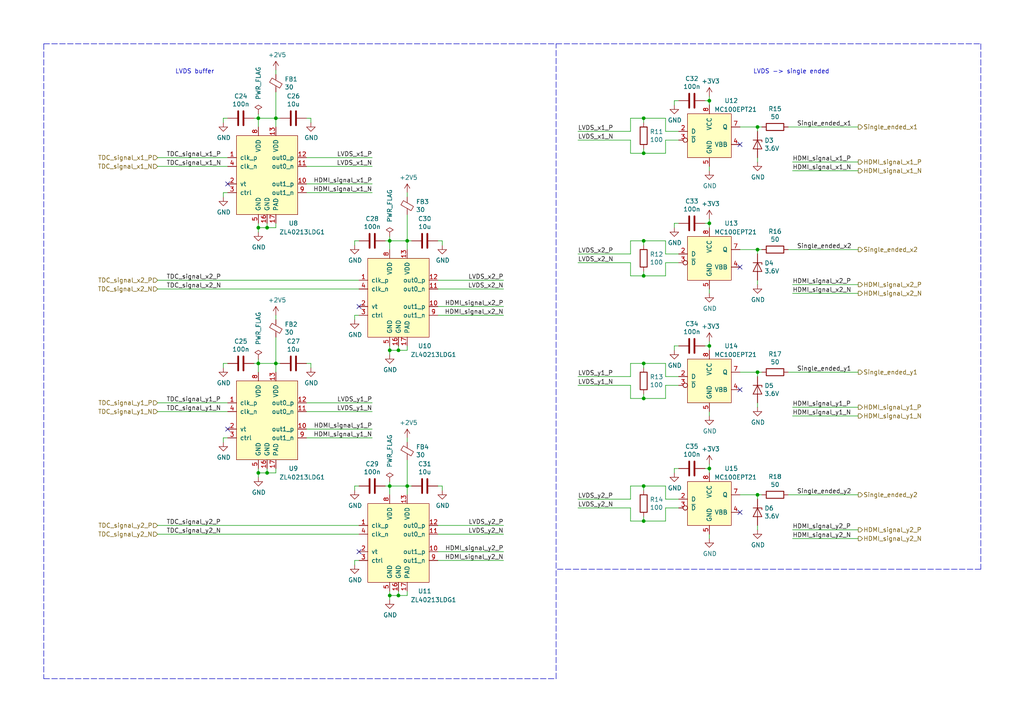
<source format=kicad_sch>
(kicad_sch (version 20211123) (generator eeschema)
  (paper "A4")
  (title_block (title "Output buffer") (date "2022-02-28"))
  (lib_symbols
    (symbol "Device:C" (pin_numbers hide) (pin_names (offset 0.254))
      (property "Reference" "C" (at 0.635 2.54 0))
      (property "Value" "Device_C" (at 0.635 -2.54 0))
      (symbol "C_0_1"
        (polyline (pts (xy -2.032 -0.762) (xy 2.032 -0.762)) (stroke (width 0.508)))
        (polyline (pts (xy -2.032 0.762) (xy 2.032 0.762)) (stroke (width 0.508)))
      )
      (symbol "C_1_1"
        (pin passive line (at 0 3.81 270) (length 2.794) (name "~") (number "1"))
        (pin passive line (at 0 -3.81 90) (length 2.794) (name "~") (number "2"))
      )
    )
    (symbol "Device:D_Zener" (pin_numbers hide) (pin_names (offset 1.016) hide)
      (property "Reference" "D" (at 0 2.54 0))
      (property "Value" "Device_D_Zener" (at 0 -2.54 0))
      (symbol "D_Zener_0_1"
        (polyline (pts (xy 1.27 0) (xy -1.27 0)))
        (polyline (pts (xy -1.27 -1.27) (xy -1.27 1.27) (xy -0.762 1.27)) (stroke (width 0.2032)))
        (polyline (pts (xy 1.27 -1.27) (xy 1.27 1.27) (xy -1.27 0) (xy 1.27 -1.27)) (stroke (width 0.2032)))
      )
      (symbol "D_Zener_1_1"
        (pin passive line (at -3.81 0 0) (length 2.54) (name "K") (number "1"))
        (pin passive line (at 3.81 0 180) (length 2.54) (name "A") (number "2"))
      )
    )
    (symbol "Device:Ferrite_Bead_Small" (pin_numbers hide) (pin_names (offset 0))
      (property "Reference" "FB" (at 1.905 1.27 0))
      (property "Value" "Device_Ferrite_Bead_Small" (at 1.905 -1.27 0))
      (symbol "Ferrite_Bead_Small_0_1"
        (polyline (pts (xy 0 -1.27) (xy 0 -0.7874)))
        (polyline (pts (xy 0 0.889) (xy 0 1.2954)))
        (polyline (pts (xy -1.8288 0.2794) (xy -1.1176 1.4986) (xy 1.8288 -0.2032) (xy 1.1176 -1.4224) (xy -1.8288 0.2794)))
      )
      (symbol "Ferrite_Bead_Small_1_1"
        (pin passive line (at 0 2.54 270) (length 1.27) (name "~") (number "1"))
        (pin passive line (at 0 -2.54 90) (length 1.27) (name "~") (number "2"))
      )
    )
    (symbol "Device:R" (pin_numbers hide) (pin_names (offset 0))
      (property "Reference" "R" (at 2.032 0 90))
      (property "Value" "Device_R" (at 0 0 90))
      (symbol "R_0_1"
        (rectangle (start -1.016 -2.54) (end 1.016 2.54) (stroke (width 0.254)))
      )
      (symbol "R_1_1"
        (pin passive line (at 0 3.81 270) (length 1.27) (name "~") (number "1"))
        (pin passive line (at 0 -3.81 90) (length 1.27) (name "~") (number "2"))
      )
    )
    (symbol "MC100EPT21:MC100EPT21" (pin_names (offset 1.016))
      (property "Reference" "U" (at 5.08 10.16 0))
      (property "Value" "MC100EPT21" (at 8.89 7.62 0))
      (symbol "MC100EPT21_0_1"
        (rectangle (start -6.35 6.35) (end 6.35 -6.35) (fill (type background)))
      )
      (symbol "MC100EPT21_1_1"
        (pin input line (at -8.89 1.27 0) (length 2.54) (name "D") (number "2"))
        (pin input inverted (at -8.89 -1.27 0) (length 2.54) (name "~{D}") (number "3"))
        (pin output line (at 8.89 -2.54 180) (length 2.54) (name "VBB") (number "4"))
        (pin power_in line (at 0 -8.89 90) (length 2.54) (name "GND") (number "5"))
        (pin output line (at 8.89 2.54 180) (length 2.54) (name "Q") (number "7"))
        (pin power_in line (at 0 8.89 270) (length 2.54) (name "VCC") (number "8"))
      )
    )
    (symbol "ZL40213:ZL40213LDG1" (pin_names (offset 1.016))
      (property "Reference" "U" (at 8.89 15.24 0))
      (property "Value" "ZL40213LDG1" (at 10.16 12.7 0))
      (symbol "ZL40213LDG1_0_1"
        (rectangle (start -8.89 11.43) (end 8.89 -11.43) (fill (type background)))
      )
      (symbol "ZL40213LDG1_1_1"
        (pin input line (at -11.43 5.08 0) (length 2.54) (name "clk_p") (number "1"))
        (pin output line (at 11.43 -2.54 180) (length 2.54) (name "out1_p") (number "10"))
        (pin output line (at 11.43 2.54 180) (length 2.54) (name "out0_n") (number "11"))
        (pin output line (at 11.43 5.08 180) (length 2.54) (name "out0_p") (number "12"))
        (pin power_in line (at 2.54 13.97 270) (length 2.54) (name "VDD") (number "13"))
        (pin no_connect line (at 8.89 -8.89 180) (length 2.54) hide (name "NC") (number "14"))
        (pin no_connect line (at 8.89 -10.16 180) (length 2.54) hide (name "NC") (number "15"))
        (pin power_in line (at 0 -13.97 90) (length 2.54) (name "GND") (number "16"))
        (pin power_in line (at 2.54 -13.97 90) (length 2.54) (name "PAD") (number "17"))
        (pin passive line (at -11.43 -2.54 0) (length 2.54) (name "vt") (number "2"))
        (pin input line (at -11.43 -5.08 0) (length 2.54) (name "ctrl") (number "3"))
        (pin input line (at -11.43 2.54 0) (length 2.54) (name "clk_n") (number "4"))
        (pin power_in line (at -2.54 -13.97 90) (length 2.54) (name "GND") (number "5"))
        (pin no_connect line (at 8.89 -6.35 180) (length 2.54) hide (name "NC") (number "6"))
        (pin no_connect line (at 8.89 -7.62 180) (length 2.54) hide (name "NC") (number "7"))
        (pin power_in line (at -2.54 13.97 270) (length 2.54) (name "VDD") (number "8"))
        (pin output line (at 11.43 -5.08 180) (length 2.54) (name "out1_n") (number "9"))
      )
    )
    (symbol "power:+2V5" (power) (pin_names (offset 0))
      (property "Value" "power_+2V5" (at 0 3.556 0))
      (symbol "+2V5_0_1"
        (polyline (pts (xy -0.762 1.27) (xy 0 2.54)))
        (polyline (pts (xy 0 0) (xy 0 2.54)))
        (polyline (pts (xy 0 2.54) (xy 0.762 1.27)))
      )
      (symbol "+2V5_1_1"
        (pin power_in line (at 0 0 90) (length 0) hide (name "+2V5") (number "1"))
      )
    )
    (symbol "power:+3.3V" (power) (pin_names (offset 0))
      (property "Value" "power_+3.3V" (at 0 3.556 0))
      (symbol "+3.3V_0_1"
        (polyline (pts (xy -0.762 1.27) (xy 0 2.54)))
        (polyline (pts (xy 0 0) (xy 0 2.54)))
        (polyline (pts (xy 0 2.54) (xy 0.762 1.27)))
      )
      (symbol "+3.3V_1_1"
        (pin power_in line (at 0 0 90) (length 0) hide (name "+3V3") (number "1"))
      )
    )
    (symbol "power:GND" (power) (pin_names (offset 0))
      (property "Value" "power_GND" (at 0 -3.81 0))
      (symbol "GND_0_1"
        (polyline (pts (xy 0 0) (xy 0 -1.27) (xy 1.27 -1.27) (xy 0 -2.54) (xy -1.27 -1.27) (xy 0 -1.27)))
      )
      (symbol "GND_1_1"
        (pin power_in line (at 0 0 270) (length 0) hide (name "GND") (number "1"))
      )
    )
    (symbol "power:PWR_FLAG" (power) (pin_numbers hide) (pin_names (offset 0) hide)
      (property "Value" "power_PWR_FLAG" (at 0 3.81 0))
      (symbol "PWR_FLAG_0_0"
        (pin power_out line (at 0 0 90) (length 0) (name "pwr") (number "1"))
      )
      (symbol "PWR_FLAG_0_1"
        (polyline (pts (xy 0 0) (xy 0 1.27) (xy -1.016 1.905) (xy 0 2.54) (xy 1.016 1.905) (xy 0 1.27)))
      )
    )
  )
  (junction (at 118.11 69.85))
  (junction (at 113.03 101.6))
  (junction (at 205.74 100.33))
  (junction (at 186.69 115.57))
  (junction (at 205.74 29.21))
  (junction (at 186.69 80.01))
  (junction (at 205.74 64.77))
  (junction (at 186.69 105.41))
  (junction (at 113.03 69.85))
  (junction (at 186.69 151.13))
  (junction (at 118.11 140.97))
  (junction (at 219.71 107.95))
  (junction (at 219.71 72.39))
  (junction (at 74.93 105.41))
  (junction (at 80.01 34.29))
  (junction (at 74.93 66.04))
  (junction (at 186.69 140.97))
  (junction (at 77.47 66.04))
  (junction (at 219.71 143.51))
  (junction (at 74.93 137.16))
  (junction (at 186.69 34.29))
  (junction (at 205.74 135.89))
  (junction (at 219.71 36.83))
  (junction (at 113.03 172.72))
  (junction (at 113.03 140.97))
  (junction (at 115.57 172.72))
  (junction (at 115.57 101.6))
  (junction (at 80.01 105.41))
  (junction (at 186.69 44.45))
  (junction (at 74.93 34.29))
  (junction (at 186.69 69.85))
  (junction (at 77.47 137.16))
  (no_connect (at 214.63 113.03))
  (no_connect (at 214.63 41.91))
  (no_connect (at 214.63 148.59))
  (no_connect (at 66.04 53.34))
  (no_connect (at 104.14 88.9))
  (no_connect (at 104.14 160.02))
  (no_connect (at 66.04 124.46))
  (no_connect (at 214.63 77.47))
  (wire (pts (xy 193.04 151.13) (xy 186.69 151.13)))
  (wire (pts (xy 193.04 144.78) (xy 193.04 140.97)))
  (wire (pts (xy 118.11 62.23) (xy 118.11 69.85)))
  (wire (pts (xy 196.85 40.64) (xy 193.04 40.64)))
  (wire (pts (xy 113.03 172.72) (xy 113.03 171.45)))
  (wire (pts (xy 127 83.82) (xy 146.05 83.82)))
  (wire (pts (xy 204.47 135.89) (xy 205.74 135.89)))
  (wire (pts (xy 186.69 69.85) (xy 182.88 69.85)))
  (wire (pts (xy 205.74 156.21) (xy 205.74 154.94)))
  (wire (pts (xy 204.47 100.33) (xy 205.74 100.33)))
  (wire (pts (xy 193.04 80.01) (xy 186.69 80.01)))
  (wire (pts (xy 90.17 35.56) (xy 90.17 34.29)))
  (wire (pts (xy 196.85 135.89) (xy 195.58 135.89)))
  (wire (pts (xy 64.77 34.29) (xy 64.77 35.56)))
  (wire (pts (xy 74.93 66.04) (xy 74.93 64.77)))
  (wire (pts (xy 146.05 88.9) (xy 127 88.9)))
  (wire (pts (xy 229.87 153.67) (xy 248.92 153.67)))
  (wire (pts (xy 104.14 69.85) (xy 102.87 69.85)))
  (wire (pts (xy 90.17 34.29) (xy 88.9 34.29)))
  (wire (pts (xy 219.71 46.99) (xy 219.71 45.72)))
  (wire (pts (xy 77.47 66.04) (xy 80.01 66.04)))
  (wire (pts (xy 119.38 69.85) (xy 118.11 69.85)))
  (wire (pts (xy 113.03 102.87) (xy 113.03 101.6)))
  (wire (pts (xy 90.17 106.68) (xy 90.17 105.41)))
  (wire (pts (xy 219.71 107.95) (xy 220.98 107.95)))
  (wire (pts (xy 74.93 34.29) (xy 74.93 36.83)))
  (wire (pts (xy 66.04 34.29) (xy 64.77 34.29)))
  (wire (pts (xy 219.71 82.55) (xy 219.71 81.28)))
  (wire (pts (xy 196.85 100.33) (xy 195.58 100.33)))
  (wire (pts (xy 66.04 55.88) (xy 64.77 55.88)))
  (wire (pts (xy 167.64 76.2) (xy 182.88 76.2)))
  (wire (pts (xy 193.04 147.32) (xy 193.04 151.13)))
  (wire (pts (xy 128.27 71.12) (xy 128.27 69.85)))
  (wire (pts (xy 186.69 140.97) (xy 186.69 142.24)))
  (wire (pts (xy 204.47 64.77) (xy 205.74 64.77)))
  (wire (pts (xy 107.95 124.46) (xy 88.9 124.46)))
  (wire (pts (xy 248.92 107.95) (xy 228.6 107.95)))
  (wire (pts (xy 195.58 64.77) (xy 195.58 66.04)))
  (wire (pts (xy 81.28 34.29) (xy 80.01 34.29)))
  (wire (pts (xy 205.74 29.21) (xy 205.74 30.48)))
  (wire (pts (xy 196.85 144.78) (xy 193.04 144.78)))
  (wire (pts (xy 186.69 115.57) (xy 186.69 114.3)))
  (wire (pts (xy 74.93 137.16) (xy 74.93 135.89)))
  (wire (pts (xy 186.69 69.85) (xy 186.69 71.12)))
  (wire (pts (xy 205.74 134.62) (xy 205.74 135.89)))
  (wire (pts (xy 182.88 69.85) (xy 182.88 73.66)))
  (wire (pts (xy 113.03 140.97) (xy 111.76 140.97)))
  (wire (pts (xy 193.04 73.66) (xy 193.04 69.85)))
  (wire (pts (xy 205.74 85.09) (xy 205.74 83.82)))
  (wire (pts (xy 248.92 143.51) (xy 228.6 143.51)))
  (wire (pts (xy 196.85 76.2) (xy 193.04 76.2)))
  (wire (pts (xy 118.11 140.97) (xy 118.11 143.51)))
  (wire (pts (xy 229.87 82.55) (xy 248.92 82.55)))
  (wire (pts (xy 113.03 172.72) (xy 115.57 172.72)))
  (wire (pts (xy 45.72 45.72) (xy 66.04 45.72)))
  (wire (pts (xy 195.58 100.33) (xy 195.58 101.6)))
  (wire (pts (xy 74.93 34.29) (xy 80.01 34.29)))
  (wire (pts (xy 182.88 144.78) (xy 182.88 140.97)))
  (wire (pts (xy 229.87 85.09) (xy 248.92 85.09)))
  (wire (pts (xy 146.05 160.02) (xy 127 160.02)))
  (wire (pts (xy 219.71 72.39) (xy 220.98 72.39)))
  (wire (pts (xy 193.04 69.85) (xy 186.69 69.85)))
  (wire (pts (xy 74.93 138.43) (xy 74.93 137.16)))
  (wire (pts (xy 118.11 57.15) (xy 118.11 55.88)))
  (wire (pts (xy 248.92 36.83) (xy 228.6 36.83)))
  (wire (pts (xy 196.85 38.1) (xy 193.04 38.1)))
  (wire (pts (xy 219.71 36.83) (xy 220.98 36.83)))
  (wire (pts (xy 74.93 105.41) (xy 74.93 104.14)))
  (wire (pts (xy 229.87 49.53) (xy 248.92 49.53)))
  (wire (pts (xy 127 154.94) (xy 146.05 154.94)))
  (wire (pts (xy 88.9 55.88) (xy 107.95 55.88)))
  (wire (pts (xy 205.74 27.94) (xy 205.74 29.21)))
  (wire (pts (xy 214.63 107.95) (xy 219.71 107.95)))
  (wire (pts (xy 204.47 29.21) (xy 205.74 29.21)))
  (wire (pts (xy 66.04 127) (xy 64.77 127)))
  (wire (pts (xy 229.87 118.11) (xy 248.92 118.11)))
  (wire (pts (xy 186.69 34.29) (xy 182.88 34.29)))
  (wire (pts (xy 118.11 69.85) (xy 118.11 72.39)))
  (wire (pts (xy 74.93 105.41) (xy 73.66 105.41)))
  (wire (pts (xy 113.03 69.85) (xy 111.76 69.85)))
  (wire (pts (xy 104.14 140.97) (xy 102.87 140.97)))
  (wire (pts (xy 115.57 172.72) (xy 115.57 171.45)))
  (wire (pts (xy 205.74 99.06) (xy 205.74 100.33)))
  (wire (pts (xy 196.85 147.32) (xy 193.04 147.32)))
  (wire (pts (xy 182.88 44.45) (xy 186.69 44.45)))
  (wire (pts (xy 193.04 105.41) (xy 186.69 105.41)))
  (wire (pts (xy 113.03 101.6) (xy 115.57 101.6)))
  (wire (pts (xy 102.87 162.56) (xy 102.87 163.83)))
  (wire (pts (xy 102.87 140.97) (xy 102.87 142.24)))
  (wire (pts (xy 182.88 111.76) (xy 167.64 111.76)))
  (wire (pts (xy 195.58 29.21) (xy 195.58 30.48)))
  (wire (pts (xy 186.69 34.29) (xy 193.04 34.29)))
  (polyline (pts (xy 12.7 12.7) (xy 12.7 196.85)))
  (wire (pts (xy 182.88 38.1) (xy 167.64 38.1)))
  (wire (pts (xy 74.93 137.16) (xy 77.47 137.16)))
  (wire (pts (xy 219.71 109.22) (xy 219.71 107.95)))
  (wire (pts (xy 80.01 105.41) (xy 80.01 107.95)))
  (wire (pts (xy 77.47 137.16) (xy 77.47 135.89)))
  (wire (pts (xy 45.72 83.82) (xy 104.14 83.82)))
  (wire (pts (xy 113.03 69.85) (xy 113.03 68.58)))
  (wire (pts (xy 186.69 115.57) (xy 182.88 115.57)))
  (wire (pts (xy 45.72 154.94) (xy 104.14 154.94)))
  (wire (pts (xy 64.77 127) (xy 64.77 128.27)))
  (wire (pts (xy 80.01 26.67) (xy 80.01 34.29)))
  (wire (pts (xy 182.88 73.66) (xy 167.64 73.66)))
  (wire (pts (xy 205.74 64.77) (xy 205.74 66.04)))
  (wire (pts (xy 214.63 72.39) (xy 219.71 72.39)))
  (wire (pts (xy 196.85 64.77) (xy 195.58 64.77)))
  (wire (pts (xy 182.88 140.97) (xy 186.69 140.97)))
  (wire (pts (xy 127 81.28) (xy 146.05 81.28)))
  (wire (pts (xy 219.71 38.1) (xy 219.71 36.83)))
  (wire (pts (xy 127 91.44) (xy 146.05 91.44)))
  (wire (pts (xy 80.01 66.04) (xy 80.01 64.77)))
  (wire (pts (xy 102.87 69.85) (xy 102.87 71.12)))
  (wire (pts (xy 196.85 111.76) (xy 193.04 111.76)))
  (wire (pts (xy 74.93 105.41) (xy 80.01 105.41)))
  (wire (pts (xy 113.03 140.97) (xy 113.03 143.51)))
  (wire (pts (xy 193.04 40.64) (xy 193.04 44.45)))
  (wire (pts (xy 64.77 105.41) (xy 64.77 106.68)))
  (wire (pts (xy 113.03 101.6) (xy 113.03 100.33)))
  (wire (pts (xy 214.63 143.51) (xy 219.71 143.51)))
  (polyline (pts (xy 284.48 12.7) (xy 284.48 165.1)))
  (wire (pts (xy 196.85 29.21) (xy 195.58 29.21)))
  (wire (pts (xy 45.72 152.4) (xy 104.14 152.4)))
  (wire (pts (xy 128.27 142.24) (xy 128.27 140.97)))
  (wire (pts (xy 77.47 137.16) (xy 80.01 137.16)))
  (wire (pts (xy 182.88 105.41) (xy 182.88 109.22)))
  (wire (pts (xy 219.71 153.67) (xy 219.71 152.4)))
  (wire (pts (xy 74.93 33.02) (xy 74.93 34.29)))
  (wire (pts (xy 88.9 119.38) (xy 107.95 119.38)))
  (wire (pts (xy 80.01 34.29) (xy 80.01 36.83)))
  (wire (pts (xy 182.88 105.41) (xy 186.69 105.41)))
  (wire (pts (xy 113.03 173.99) (xy 113.03 172.72)))
  (wire (pts (xy 113.03 140.97) (xy 113.03 139.7)))
  (wire (pts (xy 45.72 116.84) (xy 66.04 116.84)))
  (wire (pts (xy 74.93 34.29) (xy 73.66 34.29)))
  (wire (pts (xy 80.01 97.79) (xy 80.01 105.41)))
  (wire (pts (xy 205.74 135.89) (xy 205.74 137.16)))
  (wire (pts (xy 74.93 67.31) (xy 74.93 66.04)))
  (wire (pts (xy 219.71 143.51) (xy 220.98 143.51)))
  (wire (pts (xy 127 162.56) (xy 146.05 162.56)))
  (wire (pts (xy 167.64 40.64) (xy 182.88 40.64)))
  (wire (pts (xy 186.69 105.41) (xy 186.69 106.68)))
  (wire (pts (xy 193.04 38.1) (xy 193.04 34.29)))
  (polyline (pts (xy 12.7 196.85) (xy 161.29 196.85)))
  (wire (pts (xy 182.88 80.01) (xy 186.69 80.01)))
  (wire (pts (xy 66.04 105.41) (xy 64.77 105.41)))
  (wire (pts (xy 128.27 69.85) (xy 127 69.85)))
  (wire (pts (xy 119.38 140.97) (xy 118.11 140.97)))
  (wire (pts (xy 104.14 162.56) (xy 102.87 162.56)))
  (wire (pts (xy 182.88 40.64) (xy 182.88 44.45)))
  (wire (pts (xy 205.74 63.5) (xy 205.74 64.77)))
  (wire (pts (xy 88.9 127) (xy 107.95 127)))
  (wire (pts (xy 219.71 118.11) (xy 219.71 116.84)))
  (wire (pts (xy 104.14 91.44) (xy 102.87 91.44)))
  (wire (pts (xy 45.72 48.26) (xy 66.04 48.26)))
  (wire (pts (xy 193.04 109.22) (xy 193.04 105.41)))
  (wire (pts (xy 77.47 66.04) (xy 77.47 64.77)))
  (wire (pts (xy 102.87 91.44) (xy 102.87 92.71)))
  (wire (pts (xy 115.57 101.6) (xy 115.57 100.33)))
  (wire (pts (xy 115.57 172.72) (xy 118.11 172.72)))
  (wire (pts (xy 229.87 120.65) (xy 248.92 120.65)))
  (wire (pts (xy 113.03 69.85) (xy 113.03 72.39)))
  (wire (pts (xy 214.63 36.83) (xy 219.71 36.83)))
  (wire (pts (xy 113.03 69.85) (xy 118.11 69.85)))
  (wire (pts (xy 66.04 119.38) (xy 45.72 119.38)))
  (wire (pts (xy 115.57 101.6) (xy 118.11 101.6)))
  (wire (pts (xy 193.04 115.57) (xy 186.69 115.57)))
  (wire (pts (xy 90.17 105.41) (xy 88.9 105.41)))
  (wire (pts (xy 229.87 156.21) (xy 248.92 156.21)))
  (wire (pts (xy 128.27 140.97) (xy 127 140.97)))
  (wire (pts (xy 118.11 128.27) (xy 118.11 127)))
  (wire (pts (xy 64.77 55.88) (xy 64.77 57.15)))
  (wire (pts (xy 80.01 21.59) (xy 80.01 20.32)))
  (wire (pts (xy 118.11 101.6) (xy 118.11 100.33)))
  (wire (pts (xy 81.28 105.41) (xy 80.01 105.41)))
  (wire (pts (xy 167.64 144.78) (xy 182.88 144.78)))
  (wire (pts (xy 186.69 151.13) (xy 186.69 149.86)))
  (polyline (pts (xy 12.7 12.7) (xy 284.48 12.7)))
  (wire (pts (xy 80.01 92.71) (xy 80.01 91.44)))
  (wire (pts (xy 182.88 147.32) (xy 167.64 147.32)))
  (wire (pts (xy 80.01 137.16) (xy 80.01 135.89)))
  (wire (pts (xy 193.04 140.97) (xy 186.69 140.97)))
  (wire (pts (xy 167.64 109.22) (xy 182.88 109.22)))
  (wire (pts (xy 45.72 81.28) (xy 104.14 81.28)))
  (wire (pts (xy 88.9 45.72) (xy 107.95 45.72)))
  (wire (pts (xy 182.88 76.2) (xy 182.88 80.01)))
  (wire (pts (xy 205.74 120.65) (xy 205.74 119.38)))
  (wire (pts (xy 182.88 151.13) (xy 182.88 147.32)))
  (wire (pts (xy 219.71 73.66) (xy 219.71 72.39)))
  (wire (pts (xy 229.87 46.99) (xy 248.92 46.99)))
  (wire (pts (xy 196.85 73.66) (xy 193.04 73.66)))
  (wire (pts (xy 248.92 72.39) (xy 228.6 72.39)))
  (polyline (pts (xy 284.48 165.1) (xy 161.29 165.1)))
  (polyline (pts (xy 161.29 196.85) (xy 161.29 12.7)))
  (wire (pts (xy 182.88 34.29) (xy 182.88 38.1)))
  (wire (pts (xy 186.69 151.13) (xy 182.88 151.13)))
  (wire (pts (xy 186.69 80.01) (xy 186.69 78.74)))
  (wire (pts (xy 205.74 100.33) (xy 205.74 101.6)))
  (wire (pts (xy 182.88 115.57) (xy 182.88 111.76)))
  (wire (pts (xy 113.03 140.97) (xy 118.11 140.97)))
  (wire (pts (xy 127 152.4) (xy 146.05 152.4)))
  (wire (pts (xy 193.04 76.2) (xy 193.04 80.01)))
  (wire (pts (xy 118.11 172.72) (xy 118.11 171.45)))
  (wire (pts (xy 186.69 34.29) (xy 186.69 35.56)))
  (wire (pts (xy 195.58 135.89) (xy 195.58 137.16)))
  (wire (pts (xy 196.85 109.22) (xy 193.04 109.22)))
  (wire (pts (xy 74.93 66.04) (xy 77.47 66.04)))
  (wire (pts (xy 193.04 111.76) (xy 193.04 115.57)))
  (wire (pts (xy 107.95 53.34) (xy 88.9 53.34)))
  (wire (pts (xy 219.71 144.78) (xy 219.71 143.51)))
  (wire (pts (xy 186.69 44.45) (xy 193.04 44.45)))
  (wire (pts (xy 88.9 48.26) (xy 107.95 48.26)))
  (wire (pts (xy 205.74 49.53) (xy 205.74 48.26)))
  (wire (pts (xy 74.93 105.41) (xy 74.93 107.95)))
  (wire (pts (xy 118.11 133.35) (xy 118.11 140.97)))
  (wire (pts (xy 186.69 44.45) (xy 186.69 43.18)))
  (wire (pts (xy 88.9 116.84) (xy 107.95 116.84)))
  (text "LVDS -> single ended\n" (at 218.44 21.59 0) (effects (font (size 1.27 1.27)) (justify left bottom)))
  (text "LVDS buffer" (at 50.8 21.59 0) (effects (font (size 1.27 1.27)) (justify left bottom)))
  (label "TDC_signal_x1_N" (at 48.26 48.26 0))
  (label "HDMI_signal_y2_N" (at 146.05 162.56 180))
  (label "LVDS_y2_N" (at 146.05 154.94 180))
  (label "Single_ended_y2" (at 231.14 143.51 0))
  (label "TDC_signal_y1_N" (at 48.26 119.38 0))
  (label "LVDS_x2_P" (at 167.64 73.66 0))
  (label "LVDS_y1_N" (at 107.95 119.38 180))
  (label "HDMI_signal_y2_N" (at 229.87 156.21 0))
  (label "HDMI_signal_y1_N" (at 107.95 127 180))
  (label "HDMI_signal_y1_N" (at 229.87 120.65 0))
  (label "LVDS_x1_N" (at 167.64 40.64 0))
  (label "HDMI_signal_x2_N" (at 229.87 85.09 0))
  (label "HDMI_signal_x2_N" (at 146.05 91.44 180))
  (label "HDMI_signal_x1_P" (at 107.95 53.34 180))
  (label "HDMI_signal_x1_N" (at 229.87 49.53 0))
  (label "Single_ended_y1" (at 231.14 107.95 0))
  (label "Single_ended_x1" (at 231.14 36.83 0))
  (label "LVDS_y2_N" (at 167.64 147.32 0))
  (label "LVDS_y2_P" (at 146.05 152.4 180))
  (label "LVDS_y1_P" (at 107.95 116.84 180))
  (label "LVDS_x1_P" (at 107.95 45.72 180))
  (label "HDMI_signal_y1_P" (at 107.95 124.46 180))
  (label "HDMI_signal_x2_P" (at 229.87 82.55 0))
  (label "LVDS_y2_P" (at 167.64 144.78 0))
  (label "HDMI_signal_y2_P" (at 146.05 160.02 180))
  (label "Single_ended_x2" (at 231.14 72.39 0))
  (label "TDC_signal_y2_N" (at 48.26 154.94 0))
  (label "HDMI_signal_x1_P" (at 229.87 46.99 0))
  (label "TDC_signal_y2_P" (at 48.26 152.4 0))
  (label "LVDS_x2_P" (at 146.05 81.28 180))
  (label "TDC_signal_x2_N" (at 48.26 83.82 0))
  (label "LVDS_x2_N" (at 167.64 76.2 0))
  (label "LVDS_x1_N" (at 107.95 48.26 180))
  (label "HDMI_signal_x2_P" (at 146.05 88.9 180))
  (label "TDC_signal_y1_P" (at 48.26 116.84 0))
  (label "LVDS_x1_P" (at 167.64 38.1 0))
  (label "TDC_signal_x2_P" (at 48.26 81.28 0))
  (label "TDC_signal_x1_P" (at 48.26 45.72 0))
  (label "LVDS_y1_P" (at 167.64 109.22 0))
  (label "HDMI_signal_y1_P" (at 229.87 118.11 0))
  (label "HDMI_signal_x1_N" (at 107.95 55.88 180))
  (label "LVDS_x2_N" (at 146.05 83.82 180))
  (label "HDMI_signal_y2_P" (at 229.87 153.67 0))
  (label "LVDS_y1_N" (at 167.64 111.76 0))
  (hierarchical_label "TDC_signal_y1_N" (shape input) (at 45.72 119.38 180))
  (hierarchical_label "Single_ended_y1" (shape output) (at 248.92 107.95 0))
  (hierarchical_label "HDMI_signal_x1_N" (shape output) (at 248.92 49.53 0))
  (hierarchical_label "HDMI_signal_y1_P" (shape output) (at 248.92 118.11 0))
  (hierarchical_label "HDMI_signal_x2_N" (shape output) (at 248.92 85.09 0))
  (hierarchical_label "TDC_signal_x1_N" (shape input) (at 45.72 48.26 180))
  (hierarchical_label "HDMI_signal_y2_P" (shape output) (at 248.92 153.67 0))
  (hierarchical_label "HDMI_signal_x2_P" (shape output) (at 248.92 82.55 0))
  (hierarchical_label "Single_ended_x1" (shape output) (at 248.92 36.83 0))
  (hierarchical_label "HDMI_signal_y2_N" (shape output) (at 248.92 156.21 0))
  (hierarchical_label "TDC_signal_y1_P" (shape input) (at 45.72 116.84 180))
  (hierarchical_label "HDMI_signal_x1_P" (shape output) (at 248.92 46.99 0))
  (hierarchical_label "TDC_signal_y2_P" (shape input) (at 45.72 152.4 180))
  (hierarchical_label "Single_ended_x2" (shape output) (at 248.92 72.39 0))
  (hierarchical_label "TDC_signal_x1_P" (shape input) (at 45.72 45.72 180))
  (hierarchical_label "HDMI_signal_y1_N" (shape output) (at 248.92 120.65 0))
  (hierarchical_label "TDC_signal_y2_N" (shape input) (at 45.72 154.94 180))
  (hierarchical_label "TDC_signal_x2_P" (shape input) (at 45.72 81.28 180))
  (hierarchical_label "Single_ended_y2" (shape output) (at 248.92 143.51 0))
  (hierarchical_label "TDC_signal_x2_N" (shape input) (at 45.72 83.82 180))
  (symbol (lib_id "Device:R") (at 186.69 39.37 0) (unit 1)
    (property "Reference" "R11" (at 188.468 38.2016 0) (effects (justify left)))
    (property "Value" "100" (at 188.468 40.513 0) (effects (justify left)))
    (property "Footprint" "Resistor_SMD:R_0603_1608Metric" (effects hide))
  )
  (symbol (lib_id "Device:R") (at 186.69 74.93 0) (unit 1)
    (property "Reference" "R12" (at 188.468 73.7616 0) (effects (justify left)))
    (property "Value" "100" (at 188.468 76.073 0) (effects (justify left)))
    (property "Footprint" "Resistor_SMD:R_0603_1608Metric" (effects hide))
  )
  (symbol (lib_id "Device:R") (at 186.69 110.49 0) (unit 1)
    (property "Reference" "R13" (at 188.468 109.3216 0) (effects (justify left)))
    (property "Value" "100" (at 188.468 111.633 0) (effects (justify left)))
    (property "Footprint" "Resistor_SMD:R_0603_1608Metric" (effects hide))
  )
  (symbol (lib_id "Device:R") (at 186.69 146.05 0) (unit 1)
    (property "Reference" "R14" (at 188.468 144.8816 0) (effects (justify left)))
    (property "Value" "100" (at 188.468 147.193 0) (effects (justify left)))
    (property "Footprint" "Resistor_SMD:R_0603_1608Metric" (effects hide))
  )
  (symbol (lib_id "ZL40213:ZL40213LDG1") (at 77.47 50.8 0) (unit 1)
    (property "Reference" "U8" (at 85.09 64.77 0))
    (property "Value" "ZL40213LDG1" (at 87.63 67.31 0))
    (property "Footprint" "Package_DFN_QFN:QFN-16-1EP_3x3mm_P0.5mm_EP1.45x1.45mm" (effects hide))
    (property "Datasheet" "https://www.mouser.ch/datasheet/2/268/ZL40213-1593018.pdf" (effects hide))
    (property "Lieferant" "Mouser" (effects hide))
    (property "Bestellnummer" "494-ZL40213LDG1" (effects hide))
  )
  (symbol (lib_id "power:GND") (at 74.93 67.31 0) (unit 1)
    (property "Reference" "#PWR078" (effects hide))
    (property "Value" "GND" (at 75.057 71.7042 0))
  )
  (symbol (lib_id "power:GND") (at 113.03 102.87 0) (unit 1)
    (property "Reference" "#PWR088" (effects hide))
    (property "Value" "GND" (at 113.157 107.2642 0))
  )
  (symbol (lib_id "power:GND") (at 74.93 138.43 0) (unit 1)
    (property "Reference" "#PWR079" (effects hide))
    (property "Value" "GND" (at 75.057 142.8242 0))
  )
  (symbol (lib_id "power:GND") (at 113.03 173.99 0) (unit 1)
    (property "Reference" "#PWR089" (effects hide))
    (property "Value" "GND" (at 113.157 178.3842 0))
  )
  (symbol (lib_id "power:GND") (at 64.77 128.27 0) (unit 1)
    (property "Reference" "#PWR077" (effects hide))
    (property "Value" "GND" (at 64.897 132.6642 0))
  )
  (symbol (lib_id "power:GND") (at 102.87 163.83 0) (unit 1)
    (property "Reference" "#PWR087" (effects hide))
    (property "Value" "GND" (at 102.997 168.2242 0))
  )
  (symbol (lib_id "power:GND") (at 102.87 92.71 0) (unit 1)
    (property "Reference" "#PWR085" (effects hide))
    (property "Value" "GND" (at 102.997 97.1042 0))
  )
  (symbol (lib_id "power:GND") (at 64.77 57.15 0) (unit 1)
    (property "Reference" "#PWR075" (effects hide))
    (property "Value" "GND" (at 64.897 61.5442 0))
  )
  (symbol (lib_id "power:+2V5") (at 80.01 20.32 0) (unit 1)
    (property "Reference" "#PWR080" (effects hide))
    (property "Value" "+2V5" (at 80.391 15.9258 0))
  )
  (symbol (lib_id "Device:C") (at 69.85 34.29 270) (unit 1)
    (property "Reference" "C24" (at 69.85 27.8892 90))
    (property "Value" "100n" (at 69.85 30.2006 90))
    (property "Footprint" "Capacitor_SMD:C_0603_1608Metric" (effects hide))
  )
  (symbol (lib_id "Device:C") (at 85.09 34.29 270) (unit 1)
    (property "Reference" "C26" (at 85.09 27.8892 90))
    (property "Value" "10u" (at 85.09 30.2006 90))
    (property "Footprint" "Capacitor_SMD:C_0603_1608Metric" (effects hide))
  )
  (symbol (lib_id "power:PWR_FLAG") (at 74.93 33.02 0) (unit 1)
    (property "Reference" "#FLG07" (effects hide))
    (property "Value" "PWR_FLAG" (at 74.93 24.13 90))
  )
  (symbol (lib_id "Device:Ferrite_Bead_Small") (at 80.01 24.13 0) (unit 1)
    (property "Reference" "FB1" (at 82.55 22.9616 0) (effects (justify left)))
    (property "Value" "30" (at 82.55 25.273 0) (effects (justify left)))
    (property "Footprint" "Inductor_SMD:L_0402_1005Metric" (effects hide))
  )
  (symbol (lib_id "power:GND") (at 90.17 35.56 0) (unit 1)
    (property "Reference" "#PWR082" (effects hide))
    (property "Value" "GND" (at 90.297 39.9542 0))
  )
  (symbol (lib_id "power:GND") (at 64.77 35.56 0) (unit 1)
    (property "Reference" "#PWR074" (effects hide))
    (property "Value" "GND" (at 64.897 39.9542 0))
  )
  (symbol (lib_id "ZL40213:ZL40213LDG1") (at 115.57 86.36 0) (unit 1)
    (property "Reference" "U10" (at 123.19 100.33 0))
    (property "Value" "ZL40213LDG1" (at 125.73 102.87 0))
    (property "Footprint" "Package_DFN_QFN:QFN-16-1EP_3x3mm_P0.5mm_EP1.45x1.45mm" (effects hide))
    (property "Datasheet" "https://www.mouser.ch/datasheet/2/268/ZL40213-1593018.pdf" (effects hide))
    (property "Lieferant" "Mouser" (effects hide))
    (property "Bestellnummer" "494-ZL40213LDG1" (effects hide))
  )
  (symbol (lib_id "power:+2V5") (at 118.11 55.88 0) (unit 1)
    (property "Reference" "#PWR090" (effects hide))
    (property "Value" "+2V5" (at 118.491 51.4858 0))
  )
  (symbol (lib_id "Device:C") (at 107.95 69.85 270) (unit 1)
    (property "Reference" "C28" (at 107.95 63.4492 90))
    (property "Value" "100n" (at 107.95 65.7606 90))
    (property "Footprint" "Capacitor_SMD:C_0603_1608Metric" (effects hide))
  )
  (symbol (lib_id "Device:C") (at 123.19 69.85 270) (unit 1)
    (property "Reference" "C30" (at 123.19 63.4492 90))
    (property "Value" "10u" (at 123.19 65.7606 90))
    (property "Footprint" "Capacitor_SMD:C_0603_1608Metric" (effects hide))
  )
  (symbol (lib_id "power:PWR_FLAG") (at 113.03 68.58 0) (unit 1)
    (property "Reference" "#FLG09" (effects hide))
    (property "Value" "PWR_FLAG" (at 113.03 59.69 90))
  )
  (symbol (lib_id "Device:Ferrite_Bead_Small") (at 118.11 59.69 0) (unit 1)
    (property "Reference" "FB3" (at 120.65 58.5216 0) (effects (justify left)))
    (property "Value" "30" (at 120.65 60.833 0) (effects (justify left)))
    (property "Footprint" "Inductor_SMD:L_0402_1005Metric" (effects hide))
  )
  (symbol (lib_id "power:GND") (at 128.27 71.12 0) (unit 1)
    (property "Reference" "#PWR092" (effects hide))
    (property "Value" "GND" (at 128.397 75.5142 0))
  )
  (symbol (lib_id "power:GND") (at 102.87 71.12 0) (unit 1)
    (property "Reference" "#PWR084" (effects hide))
    (property "Value" "GND" (at 102.997 75.5142 0))
  )
  (symbol (lib_id "ZL40213:ZL40213LDG1") (at 77.47 121.92 0) (unit 1)
    (property "Reference" "U9" (at 85.09 135.89 0))
    (property "Value" "ZL40213LDG1" (at 87.63 138.43 0))
    (property "Footprint" "Package_DFN_QFN:QFN-16-1EP_3x3mm_P0.5mm_EP1.45x1.45mm" (effects hide))
    (property "Datasheet" "https://www.mouser.ch/datasheet/2/268/ZL40213-1593018.pdf" (effects hide))
    (property "Lieferant" "Mouser" (effects hide))
    (property "Bestellnummer" "494-ZL40213LDG1" (effects hide))
  )
  (symbol (lib_id "power:+2V5") (at 80.01 91.44 0) (unit 1)
    (property "Reference" "#PWR081" (effects hide))
    (property "Value" "+2V5" (at 80.391 87.0458 0))
  )
  (symbol (lib_id "Device:C") (at 69.85 105.41 270) (unit 1)
    (property "Reference" "C25" (at 69.85 99.0092 90))
    (property "Value" "100n" (at 69.85 101.3206 90))
    (property "Footprint" "Capacitor_SMD:C_0603_1608Metric" (effects hide))
  )
  (symbol (lib_id "Device:C") (at 85.09 105.41 270) (unit 1)
    (property "Reference" "C27" (at 85.09 99.0092 90))
    (property "Value" "10u" (at 85.09 101.3206 90))
    (property "Footprint" "Capacitor_SMD:C_0603_1608Metric" (effects hide))
  )
  (symbol (lib_id "power:PWR_FLAG") (at 74.93 104.14 0) (unit 1)
    (property "Reference" "#FLG08" (effects hide))
    (property "Value" "PWR_FLAG" (at 74.93 95.25 90))
  )
  (symbol (lib_id "Device:Ferrite_Bead_Small") (at 80.01 95.25 0) (unit 1)
    (property "Reference" "FB2" (at 82.55 94.0816 0) (effects (justify left)))
    (property "Value" "30" (at 82.55 96.393 0) (effects (justify left)))
    (property "Footprint" "Inductor_SMD:L_0402_1005Metric" (effects hide))
  )
  (symbol (lib_id "power:GND") (at 90.17 106.68 0) (unit 1)
    (property "Reference" "#PWR083" (effects hide))
    (property "Value" "GND" (at 90.297 111.0742 0))
  )
  (symbol (lib_id "power:GND") (at 64.77 106.68 0) (unit 1)
    (property "Reference" "#PWR076" (effects hide))
    (property "Value" "GND" (at 64.897 111.0742 0))
  )
  (symbol (lib_id "ZL40213:ZL40213LDG1") (at 115.57 157.48 0) (unit 1)
    (property "Reference" "U11" (at 123.19 171.45 0))
    (property "Value" "ZL40213LDG1" (at 125.73 173.99 0))
    (property "Footprint" "Package_DFN_QFN:QFN-16-1EP_3x3mm_P0.5mm_EP1.45x1.45mm" (effects hide))
    (property "Datasheet" "https://www.mouser.ch/datasheet/2/268/ZL40213-1593018.pdf" (effects hide))
    (property "Lieferant" "Mouser" (effects hide))
    (property "Bestellnummer" "494-ZL40213LDG1" (effects hide))
  )
  (symbol (lib_id "power:+2V5") (at 118.11 127 0) (unit 1)
    (property "Reference" "#PWR091" (effects hide))
    (property "Value" "+2V5" (at 118.491 122.6058 0))
  )
  (symbol (lib_id "Device:C") (at 107.95 140.97 270) (unit 1)
    (property "Reference" "C29" (at 107.95 134.5692 90))
    (property "Value" "100n" (at 107.95 136.8806 90))
    (property "Footprint" "Capacitor_SMD:C_0603_1608Metric" (effects hide))
  )
  (symbol (lib_id "Device:C") (at 123.19 140.97 270) (unit 1)
    (property "Reference" "C31" (at 123.19 134.5692 90))
    (property "Value" "10u" (at 123.19 136.8806 90))
    (property "Footprint" "Capacitor_SMD:C_0603_1608Metric" (effects hide))
  )
  (symbol (lib_id "power:PWR_FLAG") (at 113.03 139.7 0) (unit 1)
    (property "Reference" "#FLG010" (effects hide))
    (property "Value" "PWR_FLAG" (at 113.03 130.81 90))
  )
  (symbol (lib_id "Device:Ferrite_Bead_Small") (at 118.11 130.81 0) (unit 1)
    (property "Reference" "FB4" (at 120.65 129.6416 0) (effects (justify left)))
    (property "Value" "30" (at 120.65 131.953 0) (effects (justify left)))
    (property "Footprint" "Inductor_SMD:L_0402_1005Metric" (effects hide))
  )
  (symbol (lib_id "power:GND") (at 128.27 142.24 0) (unit 1)
    (property "Reference" "#PWR093" (effects hide))
    (property "Value" "GND" (at 128.397 146.6342 0))
  )
  (symbol (lib_id "power:GND") (at 102.87 142.24 0) (unit 1)
    (property "Reference" "#PWR086" (effects hide))
    (property "Value" "GND" (at 102.997 146.6342 0))
  )
  (symbol (lib_id "MC100EPT21:MC100EPT21") (at 205.74 39.37 0) (unit 1)
    (property "Reference" "U12" (at 212.09 29.21 0))
    (property "Value" "MC100EPT21" (at 213.36 31.75 0))
    (property "Footprint" "Package_SO:TSSOP-8_3x3mm_P0.65mm" (effects hide))
    (property "Datasheet" "https://www.mouser.ch/datasheet/2/308/MC100EPT21_D-1811024.pdf" (effects hide))
    (property "Lieferant" "Mouser" (effects hide))
    (property "Bestellnummer" "863-MC100EPT21DTR2G" (effects hide))
  )
  (symbol (lib_id "Device:R") (at 224.79 36.83 270) (unit 1)
    (property "Reference" "R15" (at 224.79 31.5722 90))
    (property "Value" "50" (at 224.79 33.8836 90))
    (property "Footprint" "Resistor_SMD:R_0603_1608Metric" (effects hide))
  )
  (symbol (lib_id "Device:C") (at 200.66 29.21 270) (unit 1)
    (property "Reference" "C32" (at 200.66 22.8092 90))
    (property "Value" "100n" (at 200.66 25.1206 90))
    (property "Footprint" "Capacitor_SMD:C_0603_1608Metric" (effects hide))
  )
  (symbol (lib_id "Device:D_Zener") (at 219.71 41.91 270) (unit 1)
    (property "Reference" "D3" (at 221.7166 40.7416 90) (effects (justify left)))
    (property "Value" "3.6V" (at 221.7166 43.053 90) (effects (justify left)))
    (property "Footprint" "Diode_SMD:D_0805_2012Metric" (effects hide))
    (property "Lieferant" "Mouser" (effects hide))
    (property "Bestellnummer" "821-BZY55B3V6RBG" (effects hide))
  )
  (symbol (lib_id "power:GND") (at 195.58 30.48 0) (unit 1)
    (property "Reference" "#PWR094" (effects hide))
    (property "Value" "GND" (at 195.707 34.8742 0))
  )
  (symbol (lib_id "power:+3.3V") (at 205.74 27.94 0) (unit 1)
    (property "Reference" "#PWR098" (effects hide))
    (property "Value" "+3.3V" (at 206.121 23.5458 0))
  )
  (symbol (lib_id "power:GND") (at 205.74 49.53 0) (unit 1)
    (property "Reference" "#PWR099" (effects hide))
    (property "Value" "GND" (at 205.867 53.9242 0))
  )
  (symbol (lib_id "power:GND") (at 219.71 46.99 0) (unit 1)
    (property "Reference" "#PWR0106" (effects hide))
    (property "Value" "GND" (at 219.837 51.3842 0))
  )
  (symbol (lib_id "MC100EPT21:MC100EPT21") (at 205.74 74.93 0) (unit 1)
    (property "Reference" "U13" (at 212.09 64.77 0))
    (property "Value" "MC100EPT21" (at 213.36 67.31 0))
    (property "Footprint" "Package_SO:TSSOP-8_3x3mm_P0.65mm" (effects hide))
    (property "Datasheet" "https://www.mouser.ch/datasheet/2/308/MC100EPT21_D-1811024.pdf" (effects hide))
    (property "Lieferant" "Mouser" (effects hide))
    (property "Bestellnummer" "863-MC100EPT21DTR2G" (effects hide))
  )
  (symbol (lib_id "Device:R") (at 224.79 72.39 270) (unit 1)
    (property "Reference" "R16" (at 224.79 67.1322 90))
    (property "Value" "50" (at 224.79 69.4436 90))
    (property "Footprint" "Resistor_SMD:R_0603_1608Metric" (effects hide))
  )
  (symbol (lib_id "Device:C") (at 200.66 64.77 270) (unit 1)
    (property "Reference" "C33" (at 200.66 58.3692 90))
    (property "Value" "100n" (at 200.66 60.6806 90))
    (property "Footprint" "Capacitor_SMD:C_0603_1608Metric" (effects hide))
  )
  (symbol (lib_id "Device:D_Zener") (at 219.71 77.47 270) (unit 1)
    (property "Reference" "D4" (at 221.7166 76.3016 90) (effects (justify left)))
    (property "Value" "3.6V" (at 221.7166 78.613 90) (effects (justify left)))
    (property "Footprint" "Diode_SMD:D_0805_2012Metric" (effects hide))
    (property "Lieferant" "Mouser" (effects hide))
    (property "Bestellnummer" "821-BZY55B3V6RBG" (effects hide))
  )
  (symbol (lib_id "power:GND") (at 195.58 66.04 0) (unit 1)
    (property "Reference" "#PWR095" (effects hide))
    (property "Value" "GND" (at 195.707 70.4342 0))
  )
  (symbol (lib_id "power:+3.3V") (at 205.74 63.5 0) (unit 1)
    (property "Reference" "#PWR0100" (effects hide))
    (property "Value" "+3.3V" (at 206.121 59.1058 0))
  )
  (symbol (lib_id "power:GND") (at 205.74 85.09 0) (unit 1)
    (property "Reference" "#PWR0101" (effects hide))
    (property "Value" "GND" (at 205.867 89.4842 0))
  )
  (symbol (lib_id "power:GND") (at 219.71 82.55 0) (unit 1)
    (property "Reference" "#PWR0107" (effects hide))
    (property "Value" "GND" (at 219.837 86.9442 0))
  )
  (symbol (lib_id "MC100EPT21:MC100EPT21") (at 205.74 110.49 0) (unit 1)
    (property "Reference" "U14" (at 212.09 100.33 0))
    (property "Value" "MC100EPT21" (at 213.36 102.87 0))
    (property "Footprint" "Package_SO:TSSOP-8_3x3mm_P0.65mm" (effects hide))
    (property "Datasheet" "https://www.mouser.ch/datasheet/2/308/MC100EPT21_D-1811024.pdf" (effects hide))
    (property "Lieferant" "Mouser" (effects hide))
    (property "Bestellnummer" "863-MC100EPT21DTR2G" (effects hide))
  )
  (symbol (lib_id "Device:R") (at 224.79 107.95 270) (unit 1)
    (property "Reference" "R17" (at 224.79 102.6922 90))
    (property "Value" "50" (at 224.79 105.0036 90))
    (property "Footprint" "Resistor_SMD:R_0603_1608Metric" (effects hide))
  )
  (symbol (lib_id "Device:C") (at 200.66 100.33 270) (unit 1)
    (property "Reference" "C34" (at 200.66 93.9292 90))
    (property "Value" "100n" (at 200.66 96.2406 90))
    (property "Footprint" "Capacitor_SMD:C_0603_1608Metric" (effects hide))
  )
  (symbol (lib_id "Device:D_Zener") (at 219.71 113.03 270) (unit 1)
    (property "Reference" "D5" (at 221.7166 111.8616 90) (effects (justify left)))
    (property "Value" "3.6V" (at 221.7166 114.173 90) (effects (justify left)))
    (property "Footprint" "Diode_SMD:D_0805_2012Metric" (effects hide))
    (property "Lieferant" "Mouser" (effects hide))
    (property "Bestellnummer" "821-BZY55B3V6RBG" (effects hide))
  )
  (symbol (lib_id "power:GND") (at 195.58 101.6 0) (unit 1)
    (property "Reference" "#PWR096" (effects hide))
    (property "Value" "GND" (at 195.707 105.9942 0))
  )
  (symbol (lib_id "power:+3.3V") (at 205.74 99.06 0) (unit 1)
    (property "Reference" "#PWR0102" (effects hide))
    (property "Value" "+3.3V" (at 206.121 94.6658 0))
  )
  (symbol (lib_id "power:GND") (at 205.74 120.65 0) (unit 1)
    (property "Reference" "#PWR0103" (effects hide))
    (property "Value" "GND" (at 205.867 125.0442 0))
  )
  (symbol (lib_id "power:GND") (at 219.71 118.11 0) (unit 1)
    (property "Reference" "#PWR0108" (effects hide))
    (property "Value" "GND" (at 219.837 122.5042 0))
  )
  (symbol (lib_id "MC100EPT21:MC100EPT21") (at 205.74 146.05 0) (unit 1)
    (property "Reference" "U15" (at 212.09 135.89 0))
    (property "Value" "MC100EPT21" (at 213.36 138.43 0))
    (property "Footprint" "Package_SO:TSSOP-8_3x3mm_P0.65mm" (effects hide))
    (property "Datasheet" "https://www.mouser.ch/datasheet/2/308/MC100EPT21_D-1811024.pdf" (effects hide))
    (property "Lieferant" "Mouser" (effects hide))
    (property "Bestellnummer" "863-MC100EPT21DTR2G" (effects hide))
  )
  (symbol (lib_id "Device:R") (at 224.79 143.51 270) (unit 1)
    (property "Reference" "R18" (at 224.79 138.2522 90))
    (property "Value" "50" (at 224.79 140.5636 90))
    (property "Footprint" "Resistor_SMD:R_0603_1608Metric" (effects hide))
  )
  (symbol (lib_id "Device:C") (at 200.66 135.89 270) (unit 1)
    (property "Reference" "C35" (at 200.66 129.4892 90))
    (property "Value" "100n" (at 200.66 131.8006 90))
    (property "Footprint" "Capacitor_SMD:C_0603_1608Metric" (effects hide))
  )
  (symbol (lib_id "Device:D_Zener") (at 219.71 148.59 270) (unit 1)
    (property "Reference" "D6" (at 221.7166 147.4216 90) (effects (justify left)))
    (property "Value" "3.6V" (at 221.7166 149.733 90) (effects (justify left)))
    (property "Footprint" "Diode_SMD:D_0805_2012Metric" (effects hide))
    (property "Lieferant" "Mouser" (effects hide))
    (property "Bestellnummer" "821-BZY55B3V6RBG" (effects hide))
  )
  (symbol (lib_id "power:GND") (at 195.58 137.16 0) (unit 1)
    (property "Reference" "#PWR097" (effects hide))
    (property "Value" "GND" (at 195.707 141.5542 0))
  )
  (symbol (lib_id "power:+3.3V") (at 205.74 134.62 0) (unit 1)
    (property "Reference" "#PWR0104" (effects hide))
    (property "Value" "+3.3V" (at 206.121 130.2258 0))
  )
  (symbol (lib_id "power:GND") (at 205.74 156.21 0) (unit 1)
    (property "Reference" "#PWR0105" (effects hide))
    (property "Value" "GND" (at 205.867 160.6042 0))
  )
  (symbol (lib_id "power:GND") (at 219.71 153.67 0) (unit 1)
    (property "Reference" "#PWR0109" (effects hide))
    (property "Value" "GND" (at 219.837 158.0642 0))
  )
)
</source>
